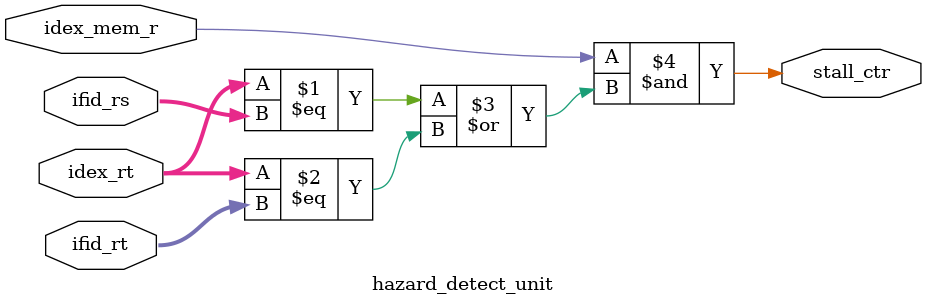
<source format=v>
`timescale 1ns / 1ps

module hazard_detect_unit(
    idex_mem_r,
    idex_rt,
    ifid_rs,
    ifid_rt,
    stall_ctr
    );

    parameter register_addr = 5;
    
    input idex_mem_r;
    input [register_addr-1:0] idex_rt, ifid_rs, ifid_rt;
    output stall_ctr;

    assign stall_ctr = idex_mem_r & ((idex_rt == ifid_rs) | (idex_rt == ifid_rt));


endmodule

</source>
